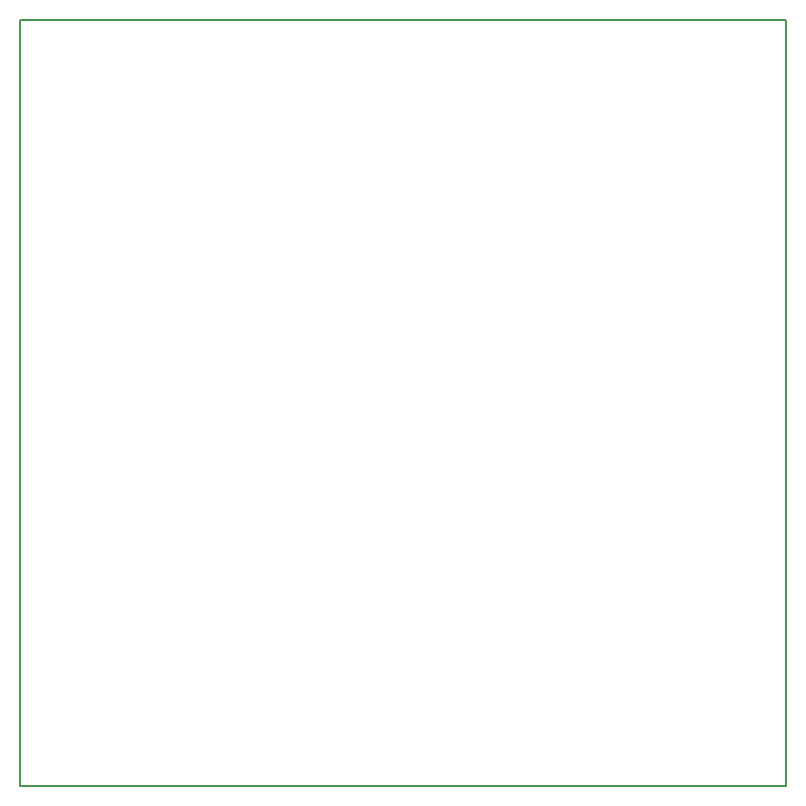
<source format=gm1>
G04 MADE WITH FRITZING*
G04 WWW.FRITZING.ORG*
G04 DOUBLE SIDED*
G04 HOLES PLATED*
G04 CONTOUR ON CENTER OF CONTOUR VECTOR*
%ASAXBY*%
%FSLAX23Y23*%
%MOIN*%
%OFA0B0*%
%SFA1.0B1.0*%
%ADD10R,2.559060X2.559060*%
%ADD11C,0.008000*%
%ADD10C,0.008*%
%LNCONTOUR*%
G90*
G70*
G54D10*
G54D11*
X4Y2555D02*
X2555Y2555D01*
X2555Y4D01*
X4Y4D01*
X4Y2555D01*
D02*
G04 End of contour*
M02*
</source>
